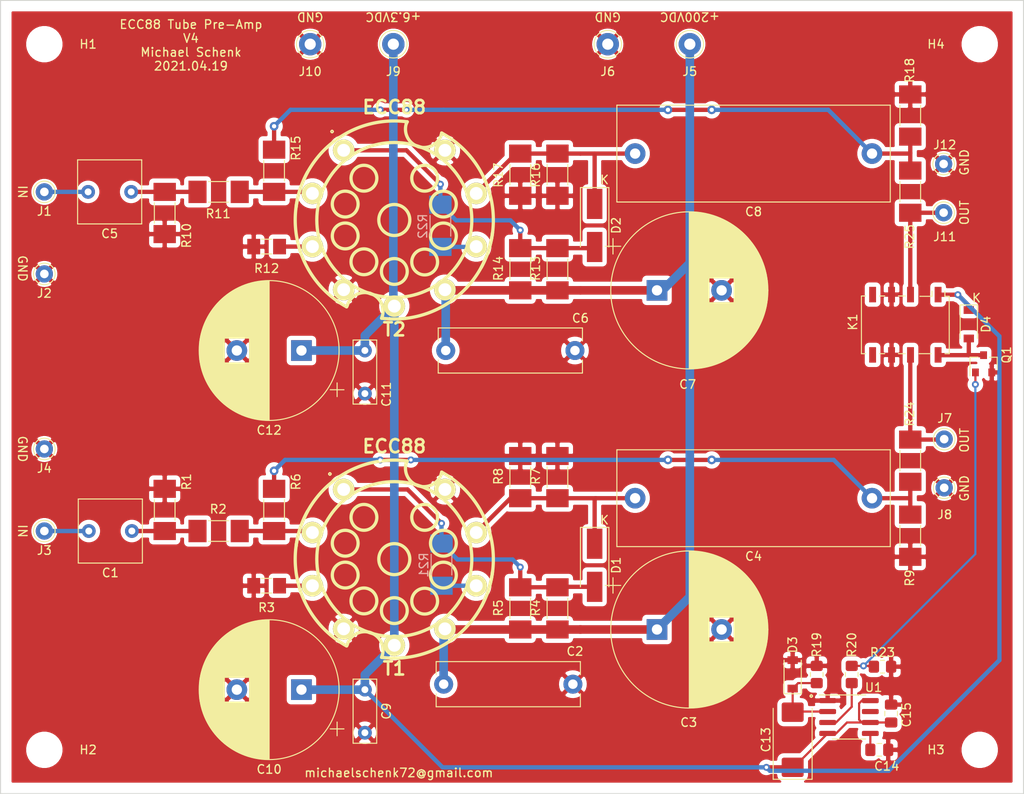
<source format=kicad_pcb>
(kicad_pcb (version 20171130) (host pcbnew 5.1.9-73d0e3b20d~88~ubuntu16.04.1)
  (layers (0 F.Cu signal) (31 B.Cu signal) (34 B.Paste user) (35 F.Paste user) (36 B.SilkS user) (37 F.SilkS user) (38 B.Mask user) (39 F.Mask user) (44 Edge.Cuts user))
  (net 0 "")
  (net 1 "Net-(C1-Pad2)")
  (net 2 "Net-(C1-Pad1)")
  (net 3 GND)
  (net 4 VDDA)
  (net 5 "Net-(C4-Pad2)")
  (net 6 "Net-(C4-Pad1)")
  (net 7 VDDF)
  (net 8 "Net-(R2-Pad1)")
  (net 9 "Net-(R3-Pad1)")
  (net 10 "Net-(C5-Pad2)")
  (net 11 "Net-(C5-Pad1)")
  (net 12 "Net-(C8-Pad2)")
  (net 13 "Net-(C8-Pad1)")
  (net 14 "Net-(R11-Pad1)")
  (net 15 "Net-(R12-Pad1)")
  (net 16 "Net-(D1-Pad2)")
  (net 17 "Net-(D2-Pad2)")
  (net 18 "Net-(R21-Pad2)")
  (net 19 "Net-(R22-Pad2)")
  (net 20 "Net-(C13-Pad2)")
  (net 21 "Net-(C14-Pad1)")
  (net 22 "Net-(D4-Pad2)")
  (net 23 "Net-(J11-Pad1)")
  (net 24 "Net-(Q1-Pad1)")
  (net 25 "Net-(R20-Pad2)")
  (net 26 "Net-(J7-Pad1)")
  (module Resistor_SMD:R_MELF_MMB-0207 (layer F.Cu) (at 144.3355 124.55 270)
    (fp_text reference R24 (at -5.424 0.0635 90) (layer F.SilkS))
    (fp_text value 470R)
    (pad 2 smd rect (at 2.45 0 270) (size 2.1 2.6) (layers F.Cu F.Paste F.Mask) (net 6 "Net-(C4-Pad1)"))
    (pad 1 smd rect (at -2.45 0 270) (size 2.1 2.6) (layers F.Cu F.Paste F.Mask) (net 26 "Net-(J7-Pad1)"))
  )
  (module Resistor_SMD:R_MELF_MMB-0207 (layer F.Cu) (at 144.3355 93.3185 90)
    (fp_text reference R25 (at -5.2335 -0.0635 90) (layer F.SilkS))
    (fp_text value 470R)
    (pad 2 smd rect (at 2.45 0 90) (size 2.1 2.6) (layers F.Cu F.Paste F.Mask) (net 13 "Net-(C8-Pad1)"))
    (pad 1 smd rect (at -2.45 0 90) (size 2.1 2.6) (layers F.Cu F.Paste F.Mask) (net 23 "Net-(J11-Pad1)"))
  )
  (module Relay_SMD:Relay_DPDT_Omron_G6K-2F-Y (layer F.Cu) (at 143.764 108.768 270)
    (fp_text reference K1 (at -0.31 6.096 90) (layer F.SilkS))
    (fp_text value G6K-2)
    (pad 1 smd rect (at -3.5 -3.8 270) (size 1.8 0.8) (layers F.Cu F.Paste F.Mask) (net 7 VDDF))
    (pad 2 smd rect (at -3.5 -0.6 270) (size 1.8 0.8) (layers F.Cu F.Paste F.Mask) (net 23 "Net-(J11-Pad1)"))
    (pad 3 smd rect (at -3.5 1.6 270) (size 1.8 0.8) (layers F.Cu F.Paste F.Mask) (net 3 GND))
    (pad 4 smd rect (at -3.5 3.8 270) (size 1.8 0.8) (layers F.Cu F.Paste F.Mask))
    (pad 5 smd rect (at 3.5 3.8 270) (size 1.8 0.8) (layers F.Cu F.Paste F.Mask))
    (pad 6 smd rect (at 3.5 1.6 270) (size 1.8 0.8) (layers F.Cu F.Paste F.Mask) (net 3 GND))
    (pad 7 smd rect (at 3.5 -0.6 270) (size 1.8 0.8) (layers F.Cu F.Paste F.Mask) (net 26 "Net-(J7-Pad1)"))
    (pad 8 smd rect (at 3.5 -3.8 270) (size 1.8 0.8) (layers F.Cu F.Paste F.Mask) (net 22 "Net-(D4-Pad2)"))
  )
  (module Package_SO:SOIC-8_3.9x4.9mm_P1.27mm (layer F.Cu) (at 137.222 154.305)
    (fp_text reference U1 (at 2.859 -3.429) (layer F.SilkS))
    (fp_text value TLC555xD)
    (pad 8 smd roundrect (at 2.475 -1.905) (size 1.95 0.6) (layers F.Cu F.Paste F.Mask) (net 7 VDDF))
    (pad 7 smd roundrect (at 2.475 -0.635) (size 1.95 0.6) (layers F.Cu F.Paste F.Mask))
    (pad 6 smd roundrect (at 2.475 0.635) (size 1.95 0.6) (layers F.Cu F.Paste F.Mask) (net 7 VDDF))
    (pad 5 smd roundrect (at 2.475 1.905) (size 1.95 0.6) (layers F.Cu F.Paste F.Mask) (net 21 "Net-(C14-Pad1)"))
    (pad 4 smd roundrect (at -2.475 1.905) (size 1.95 0.6) (layers F.Cu F.Paste F.Mask) (net 7 VDDF))
    (pad 3 smd roundrect (at -2.475 0.635) (size 1.95 0.6) (layers F.Cu F.Paste F.Mask) (net 25 "Net-(R20-Pad2)"))
    (pad 2 smd roundrect (at -2.475 -0.635) (size 1.95 0.6) (layers F.Cu F.Paste F.Mask) (net 20 "Net-(C13-Pad2)"))
    (pad 1 smd roundrect (at -2.475 -1.905) (size 1.95 0.6) (layers F.Cu F.Paste F.Mask) (net 3 GND))
  )
  (module Resistor_SMD:R_0805_2012Metric_Pad1.20x1.40mm_HandSolder (layer F.Cu) (at 141.113 148.463)
    (fp_text reference R23 (at 0 -1.65) (layer F.SilkS))
    (fp_text value 2.49k)
    (pad 2 smd roundrect (at 1 0) (size 1.2 1.4) (layers F.Cu F.Paste F.Mask) (roundrect_rratio 0.2083325) (net 3 GND))
    (pad 1 smd roundrect (at -1 0) (size 1.2 1.4) (layers F.Cu F.Paste F.Mask) (roundrect_rratio 0.2083325) (net 24 "Net-(Q1-Pad1)"))
  )
  (module Resistor_SMD:R_0805_2012Metric_Pad1.20x1.40mm_HandSolder (layer F.Cu) (at 137.541 149.368 270)
    (fp_text reference R20 (at -3.445 0 90) (layer F.SilkS))
    (fp_text value 2.49k)
    (pad 2 smd roundrect (at 1 0 270) (size 1.2 1.4) (layers F.Cu F.Paste F.Mask) (roundrect_rratio 0.2083325) (net 25 "Net-(R20-Pad2)"))
    (pad 1 smd roundrect (at -1 0 270) (size 1.2 1.4) (layers F.Cu F.Paste F.Mask) (roundrect_rratio 0.2083325) (net 24 "Net-(Q1-Pad1)"))
  )
  (module Resistor_SMD:R_0805_2012Metric_Pad1.20x1.40mm_HandSolder (layer F.Cu) (at 133.477 149.368 90)
    (fp_text reference R19 (at 3.445 0 90) (layer F.SilkS))
    (fp_text value 2Meg)
    (pad 2 smd roundrect (at 1 0 90) (size 1.2 1.4) (layers F.Cu F.Paste F.Mask) (roundrect_rratio 0.2083325) (net 3 GND))
    (pad 1 smd roundrect (at -1 0 90) (size 1.2 1.4) (layers F.Cu F.Paste F.Mask) (roundrect_rratio 0.2083325) (net 20 "Net-(C13-Pad2)"))
  )
  (module Package_TO_SOT_SMD:SOT-23 (layer F.Cu) (at 152.847 113.3 90)
    (fp_text reference Q1 (at 1.032 2.667 90) (layer F.SilkS))
    (fp_text value MMBT3904)
    (pad 3 smd rect (at 1 0 90) (size 0.9 0.8) (layers F.Cu F.Paste F.Mask) (net 22 "Net-(D4-Pad2)"))
    (pad 2 smd rect (at -1 0.95 90) (size 0.9 0.8) (layers F.Cu F.Paste F.Mask) (net 3 GND))
    (pad 1 smd rect (at -1 -0.95 90) (size 0.9 0.8) (layers F.Cu F.Paste F.Mask) (net 24 "Net-(Q1-Pad1)"))
  )
  (module Diode_SMD:D_SOD-123 (layer F.Cu) (at 151.13 108.712 270)
    (fp_text reference D4 (at 0 -2 90) (layer F.SilkS))
    (fp_text value 1N4148W)
    (pad 2 smd rect (at 1.65 0 270) (size 0.9 1.2) (layers F.Cu F.Paste F.Mask) (net 22 "Net-(D4-Pad2)"))
    (pad 1 smd rect (at -1.65 0 270) (size 0.9 1.2) (layers F.Cu F.Paste F.Mask) (net 7 VDDF))
  )
  (module Diode_SMD:D_SOD-123 (layer F.Cu) (at 130.683 149.352 90)
    (fp_text reference D3 (at 3.429 0 90) (layer F.SilkS))
    (fp_text value 1N4148W)
    (pad 2 smd rect (at 1.65 0 90) (size 0.9 1.2) (layers F.Cu F.Paste F.Mask) (net 3 GND))
    (pad 1 smd rect (at -1.65 0 90) (size 0.9 1.2) (layers F.Cu F.Paste F.Mask) (net 20 "Net-(C13-Pad2)"))
  )
  (module Capacitor_SMD:C_0805_2012Metric_Pad1.18x1.45mm_HandSolder (layer F.Cu) (at 142.113 153.9025 90)
    (fp_text reference C15 (at -0.1485 1.778 90) (layer F.SilkS))
    (fp_text value 100nF/50V)
    (pad 2 smd roundrect (at 1.0375 0 90) (size 1.175 1.45) (layers F.Cu F.Paste F.Mask) (roundrect_rratio 0.2127659574468085) (net 3 GND))
    (pad 1 smd roundrect (at -1.0375 0 90) (size 1.175 1.45) (layers F.Cu F.Paste F.Mask) (roundrect_rratio 0.2127659574468085) (net 7 VDDF))
  )
  (module Capacitor_SMD:C_0805_2012Metric_Pad1.18x1.45mm_HandSolder (layer F.Cu) (at 140.7375 158.115)
    (fp_text reference C14 (at 0.8675 1.905) (layer F.SilkS))
    (fp_text value 100nF/50V)
    (pad 2 smd roundrect (at 1.0375 0) (size 1.175 1.45) (layers F.Cu F.Paste F.Mask) (roundrect_rratio 0.2127659574468085) (net 3 GND))
    (pad 1 smd roundrect (at -1.0375 0) (size 1.175 1.45) (layers F.Cu F.Paste F.Mask) (roundrect_rratio 0.2127659574468085) (net 21 "Net-(C14-Pad1)"))
  )
  (module Capacitor_Tantalum_SMD:CP_EIA-7343-31_Kemet-D_Pad2.25x2.55mm_HandSolder (layer F.Cu) (at 130.683 156.947 90)
    (fp_text reference C13 (at 0 -3.1 90) (layer F.SilkS))
    (fp_text value 15uF/25V)
    (pad 2 smd roundrect (at 3.2 0 90) (size 2.25 2.55) (layers F.Cu F.Paste F.Mask) (roundrect_rratio 0.1111106666666667) (net 20 "Net-(C13-Pad2)"))
    (pad 1 smd roundrect (at -3.2 0 90) (size 2.25 2.55) (layers F.Cu F.Paste F.Mask) (roundrect_rratio 0.1111106666666667) (net 7 VDDF))
  )
  (module kicad-snk:TubeNoval-ECC88 (layer F.Cu) (at 84.43976 96.6089 180)
    (fp_text reference T2 (at 0 -12.7) (layer F.SilkS) (effects (font (size 1.524 1.524) (thickness 0.3048))))
    (fp_text value ECC88 (at 0 13.09878) (layer F.SilkS) (effects (font (size 1.524 1.524) (thickness 0.3048))))
    (pad 1 thru_hole circle (at 5.87756 8.0899 180) (size 2.49936 2.49936) (drill 1.4986) (layers *.Cu *.Mask F.SilkS) (net 17 "Net-(D2-Pad2)"))
    (pad 2 thru_hole circle (at 9.50976 3.0861 180) (size 2.49936 2.49936) (drill 1.4986) (layers *.Cu *.Mask F.SilkS) (net 14 "Net-(R11-Pad1)"))
    (pad 3 thru_hole circle (at 9.50976 -3.0861 180) (size 2.49936 2.49936) (drill 1.4986) (layers *.Cu *.Mask F.SilkS) (net 15 "Net-(R12-Pad1)"))
    (pad 4 thru_hole circle (at 5.87756 -8.0899 180) (size 2.49936 2.49936) (drill 1.4986) (layers *.Cu *.Mask F.SilkS) (net 3 GND))
    (pad 5 thru_hole circle (at 0 -9.99998 180) (size 2.49936 2.49936) (drill 1.4986) (layers *.Cu *.Mask F.SilkS) (net 7 VDDF))
    (pad 6 thru_hole circle (at -5.87756 -8.0899 180) (size 2.49936 2.49936) (drill 1.4986) (layers *.Cu *.Mask F.SilkS) (net 4 VDDA))
    (pad 7 thru_hole circle (at -9.50976 -3.0861 180) (size 2.49936 2.49936) (drill 1.4986) (layers *.Cu *.Mask F.SilkS) (net 19 "Net-(R22-Pad2)"))
    (pad 8 thru_hole circle (at -9.50976 3.0861 180) (size 2.49936 2.49936) (drill 1.4986) (layers *.Cu *.Mask F.SilkS) (net 12 "Net-(C8-Pad2)"))
    (pad 9 thru_hole circle (at -5.87756 8.0899 180) (size 2.49936 2.49936) (drill 1.4986) (layers *.Cu *.Mask F.SilkS) (net 3 GND))
  )
  (module kicad-snk:TubeNoval-ECC88 (layer F.Cu) (at 84.43976 135.9789 180)
    (fp_text reference T1 (at 0 -12.7) (layer F.SilkS) (effects (font (size 1.524 1.524) (thickness 0.3048))))
    (fp_text value ECC88 (at 0 13.09878) (layer F.SilkS) (effects (font (size 1.524 1.524) (thickness 0.3048))))
    (pad 1 thru_hole circle (at 5.87756 8.0899 180) (size 2.49936 2.49936) (drill 1.4986) (layers *.Cu *.Mask F.SilkS) (net 16 "Net-(D1-Pad2)"))
    (pad 2 thru_hole circle (at 9.50976 3.0861 180) (size 2.49936 2.49936) (drill 1.4986) (layers *.Cu *.Mask F.SilkS) (net 8 "Net-(R2-Pad1)"))
    (pad 3 thru_hole circle (at 9.50976 -3.0861 180) (size 2.49936 2.49936) (drill 1.4986) (layers *.Cu *.Mask F.SilkS) (net 9 "Net-(R3-Pad1)"))
    (pad 4 thru_hole circle (at 5.87756 -8.0899 180) (size 2.49936 2.49936) (drill 1.4986) (layers *.Cu *.Mask F.SilkS) (net 3 GND))
    (pad 5 thru_hole circle (at 0 -9.99998 180) (size 2.49936 2.49936) (drill 1.4986) (layers *.Cu *.Mask F.SilkS) (net 7 VDDF))
    (pad 6 thru_hole circle (at -5.87756 -8.0899 180) (size 2.49936 2.49936) (drill 1.4986) (layers *.Cu *.Mask F.SilkS) (net 4 VDDA))
    (pad 7 thru_hole circle (at -9.50976 -3.0861 180) (size 2.49936 2.49936) (drill 1.4986) (layers *.Cu *.Mask F.SilkS) (net 18 "Net-(R21-Pad2)"))
    (pad 8 thru_hole circle (at -9.50976 3.0861 180) (size 2.49936 2.49936) (drill 1.4986) (layers *.Cu *.Mask F.SilkS) (net 5 "Net-(C4-Pad2)"))
    (pad 9 thru_hole circle (at -5.87756 8.0899 180) (size 2.49936 2.49936) (drill 1.4986) (layers *.Cu *.Mask F.SilkS) (net 3 GND))
  )
  (module Diode_SMD:D_SMA_Handsoldering (layer F.Cu) (at 107.696 97.242 270)
    (fp_text reference D2 (at 0 -2.5 90) (layer F.SilkS))
    (fp_text value 1N4007)
    (pad 2 smd rect (at 2.5 0 270) (size 3.5 1.8) (layers F.Cu F.Paste F.Mask) (net 17 "Net-(D2-Pad2)"))
    (pad 1 smd rect (at -2.5 0 270) (size 3.5 1.8) (layers F.Cu F.Paste F.Mask) (net 12 "Net-(C8-Pad2)"))
  )
  (module Diode_SMD:D_SMA_Handsoldering (layer F.Cu) (at 107.696 136.692 270)
    (fp_text reference D1 (at 0 -2.5 90) (layer F.SilkS))
    (fp_text value 1N4007)
    (pad 2 smd rect (at 2.5 0 270) (size 3.5 1.8) (layers F.Cu F.Paste F.Mask) (net 16 "Net-(D1-Pad2)"))
    (pad 1 smd rect (at -2.5 0 270) (size 3.5 1.8) (layers F.Cu F.Paste F.Mask) (net 5 "Net-(C4-Pad2)"))
  )
  (module Resistor_SMD:R_MELF_MMB-0207 (layer B.Cu) (at 89.789 97.282 270)
    (fp_text reference R22 (at 0.05 2.05 270) (layer B.SilkS) (effects (justify mirror)))
    (fp_text value 100R)
    (pad 2 smd rect (at 2.45 0 270) (size 2.1 2.6) (layers B.Cu B.Paste B.Mask) (net 19 "Net-(R22-Pad2)"))
    (pad 1 smd rect (at -2.45 0 270) (size 2.1 2.6) (layers B.Cu B.Paste B.Mask) (net 17 "Net-(D2-Pad2)"))
  )
  (module Resistor_SMD:R_MELF_MMB-0207 (layer B.Cu) (at 89.916 136.615 270)
    (fp_text reference R21 (at 0.05 2.05 90) (layer B.SilkS) (effects (justify mirror)))
    (fp_text value 100R)
    (pad 2 smd rect (at 2.45 0 270) (size 2.1 2.6) (layers B.Cu B.Paste B.Mask) (net 18 "Net-(R21-Pad2)"))
    (pad 1 smd rect (at -2.45 0 270) (size 2.1 2.6) (layers B.Cu B.Paste B.Mask) (net 16 "Net-(D1-Pad2)"))
  )
  (module Capacitor_THT:C_Rect_L31.5mm_W11.0mm_P27.50mm_MKS4 (layer F.Cu) (at 139.895 88.9 180)
    (fp_text reference C8 (at 13.75 -6.75) (layer F.SilkS))
    (fp_text value 2.2uF)
    (pad 2 thru_hole circle (at 27.5 0 180) (size 2.4 2.4) (drill 1.2) (layers *.Cu *.Mask) (net 12 "Net-(C8-Pad2)"))
    (pad 1 thru_hole circle (at 0 0 180) (size 2.4 2.4) (drill 1.2) (layers *.Cu *.Mask) (net 13 "Net-(C8-Pad1)"))
  )
  (module Capacitor_THT:C_Rect_L31.5mm_W11.0mm_P27.50mm_MKS4 (layer F.Cu) (at 139.895 128.905 180)
    (fp_text reference C4 (at 13.75 -6.75) (layer F.SilkS))
    (fp_text value 2.2uF)
    (pad 2 thru_hole circle (at 27.5 0 180) (size 2.4 2.4) (drill 1.2) (layers *.Cu *.Mask) (net 5 "Net-(C4-Pad2)"))
    (pad 1 thru_hole circle (at 0 0 180) (size 2.4 2.4) (drill 1.2) (layers *.Cu *.Mask) (net 6 "Net-(C4-Pad1)"))
  )
  (module Capacitor_THT:CP_Radial_D16.0mm_P7.50mm (layer F.Cu) (at 73.66 111.76 180)
    (fp_text reference C12 (at 3.75 -9.25) (layer F.SilkS))
    (fp_text value 2200uF)
    (pad 2 thru_hole circle (at 7.5 0 180) (size 2.4 2.4) (drill 1.2) (layers *.Cu *.Mask) (net 3 GND))
    (pad 1 thru_hole rect (at 0 0 180) (size 2.4 2.4) (drill 1.2) (layers *.Cu *.Mask) (net 7 VDDF))
  )
  (module Capacitor_THT:C_Rect_L7.2mm_W2.5mm_P5.00mm_FKS2_FKP2_MKS2_MKP2 (layer F.Cu) (at 81.026 111.76 270)
    (fp_text reference C11 (at 5.08 -2.5 90) (layer F.SilkS))
    (fp_text value 100nF)
    (pad 2 thru_hole circle (at 5 0 270) (size 1.6 1.6) (drill 0.8) (layers *.Cu *.Mask) (net 3 GND))
    (pad 1 thru_hole circle (at 0 0 270) (size 1.6 1.6) (drill 0.8) (layers *.Cu *.Mask) (net 7 VDDF))
  )
  (module Capacitor_THT:CP_Radial_D16.0mm_P7.50mm (layer F.Cu) (at 73.66 151.13 180)
    (fp_text reference C10 (at 3.75 -9.25) (layer F.SilkS))
    (fp_text value 2200uF)
    (pad 2 thru_hole circle (at 7.5 0 180) (size 2.4 2.4) (drill 1.2) (layers *.Cu *.Mask) (net 3 GND))
    (pad 1 thru_hole rect (at 0 0 180) (size 2.4 2.4) (drill 1.2) (layers *.Cu *.Mask) (net 7 VDDF))
  )
  (module Capacitor_THT:C_Rect_L7.2mm_W2.5mm_P5.00mm_FKS2_FKP2_MKS2_MKP2 (layer F.Cu) (at 81.026 151.13 270)
    (fp_text reference C9 (at 2.5 -2.5 90) (layer F.SilkS))
    (fp_text value 100nF)
    (pad 2 thru_hole circle (at 5 0 270) (size 1.6 1.6) (drill 0.8) (layers *.Cu *.Mask) (net 3 GND))
    (pad 1 thru_hole circle (at 0 0 270) (size 1.6 1.6) (drill 0.8) (layers *.Cu *.Mask) (net 7 VDDF))
  )
  (module Resistor_SMD:R_MELF_MMB-0207 (layer F.Cu) (at 144.3355 84.4815 90)
    (fp_text reference R18 (at 5.2335 -0.0635 90) (layer F.SilkS))
    (fp_text value 1Meg)
    (pad 2 smd rect (at 2.45 0 90) (size 2.1 2.6) (layers F.Cu F.Paste F.Mask) (net 3 GND))
    (pad 1 smd rect (at -2.45 0 90) (size 2.1 2.6) (layers F.Cu F.Paste F.Mask) (net 13 "Net-(C8-Pad1)"))
  )
  (module Resistor_SMD:R_MELF_MMB-0207 (layer F.Cu) (at 99.06 91.35 270)
    (fp_text reference R17 (at 0.05 2.54 90) (layer F.SilkS))
    (fp_text value 39k)
    (pad 2 smd rect (at 2.45 0 270) (size 2.1 2.6) (layers F.Cu F.Paste F.Mask) (net 3 GND))
    (pad 1 smd rect (at -2.45 0 270) (size 2.1 2.6) (layers F.Cu F.Paste F.Mask) (net 12 "Net-(C8-Pad2)"))
  )
  (module Resistor_SMD:R_MELF_MMB-0207 (layer F.Cu) (at 103.378 91.35 270)
    (fp_text reference R16 (at 0.05 2.54 90) (layer F.SilkS))
    (fp_text value 56k)
    (pad 2 smd rect (at 2.45 0 270) (size 2.1 2.6) (layers F.Cu F.Paste F.Mask) (net 3 GND))
    (pad 1 smd rect (at -2.45 0 270) (size 2.1 2.6) (layers F.Cu F.Paste F.Mask) (net 12 "Net-(C8-Pad2)"))
  )
  (module Resistor_SMD:R_MELF_MMB-0207 (layer F.Cu) (at 70.485 90.895 270)
    (fp_text reference R15 (at -2.63 -2.54 90) (layer F.SilkS))
    (fp_text value 100k)
    (pad 2 smd rect (at 2.45 0 270) (size 2.1 2.6) (layers F.Cu F.Paste F.Mask) (net 14 "Net-(R11-Pad1)"))
    (pad 1 smd rect (at -2.45 0 270) (size 2.1 2.6) (layers F.Cu F.Paste F.Mask) (net 13 "Net-(C8-Pad1)"))
  )
  (module Resistor_SMD:R_MELF_MMB-0207 (layer F.Cu) (at 99.06 102.325 90)
    (fp_text reference R14 (at 0.09 -2.54 90) (layer F.SilkS))
    (fp_text value 39k)
    (pad 2 smd rect (at 2.45 0 90) (size 2.1 2.6) (layers F.Cu F.Paste F.Mask) (net 17 "Net-(D2-Pad2)"))
    (pad 1 smd rect (at -2.45 0 90) (size 2.1 2.6) (layers F.Cu F.Paste F.Mask) (net 4 VDDA))
  )
  (module Resistor_SMD:R_MELF_MMB-0207 (layer F.Cu) (at 103.378 102.325 90)
    (fp_text reference R13 (at 0.09 -2.54 90) (layer F.SilkS))
    (fp_text value 56k)
    (pad 2 smd rect (at 2.45 0 90) (size 2.1 2.6) (layers F.Cu F.Paste F.Mask) (net 17 "Net-(D2-Pad2)"))
    (pad 1 smd rect (at -2.45 0 90) (size 2.1 2.6) (layers F.Cu F.Paste F.Mask) (net 4 VDDA))
  )
  (module Resistor_SMD:R_MiniMELF_MMA-0204 (layer F.Cu) (at 69.62 99.695 180)
    (fp_text reference R12 (at 0 -2.54) (layer F.SilkS))
    (fp_text value 1.21k)
    (pad 2 smd rect (at 1.5 0 180) (size 1.5 1.8) (layers F.Cu F.Paste F.Mask) (net 3 GND))
    (pad 1 smd rect (at -1.5 0 180) (size 1.5 1.8) (layers F.Cu F.Paste F.Mask) (net 15 "Net-(R12-Pad1)"))
  )
  (module Resistor_SMD:R_MELF_MMB-0207 (layer F.Cu) (at 64.045 93.345 180)
    (fp_text reference R11 (at 0.05 -2.54) (layer F.SilkS))
    (fp_text value 47k)
    (pad 2 smd rect (at 2.45 0 180) (size 2.1 2.6) (layers F.Cu F.Paste F.Mask) (net 11 "Net-(C5-Pad1)"))
    (pad 1 smd rect (at -2.45 0 180) (size 2.1 2.6) (layers F.Cu F.Paste F.Mask) (net 14 "Net-(R11-Pad1)"))
  )
  (module Resistor_SMD:R_MELF_MMB-0207 (layer F.Cu) (at 57.785 95.795 270)
    (fp_text reference R10 (at 2.63 -2.54 90) (layer F.SilkS))
    (fp_text value 1Meg)
    (pad 2 smd rect (at 2.45 0 270) (size 2.1 2.6) (layers F.Cu F.Paste F.Mask) (net 3 GND))
    (pad 1 smd rect (at -2.45 0 270) (size 2.1 2.6) (layers F.Cu F.Paste F.Mask) (net 11 "Net-(C5-Pad1)"))
  )
  (module Connector_Pin:Pin_D1.0mm_L10.0mm (layer F.Cu) (at 148.209 90.1065)
    (fp_text reference J12 (at 0.127 -2.2225) (layer F.SilkS))
    (fp_text value Conn_01x01)
    (pad 1 thru_hole circle (at 0 0) (size 2 2) (drill 1) (layers *.Cu *.Mask) (net 3 GND))
  )
  (module Connector_Pin:Pin_D1.0mm_L10.0mm (layer F.Cu) (at 148.209 95.758)
    (fp_text reference J11 (at 0.127 2.794) (layer F.SilkS))
    (fp_text value Conn_01x01)
    (pad 1 thru_hole circle (at 0 0) (size 2 2) (drill 1) (layers *.Cu *.Mask) (net 23 "Net-(J11-Pad1)"))
  )
  (module Connector_Pin:Pin_D1.3mm_L11.0mm (layer F.Cu) (at 74.676 76.2)
    (fp_text reference J10 (at 0 3.175) (layer F.SilkS))
    (fp_text value Conn_01x01)
    (pad 1 thru_hole circle (at 0 0) (size 2.6 2.6) (drill 1.3) (layers *.Cu *.Mask) (net 3 GND))
  )
  (module Connector_Pin:Pin_D1.3mm_L11.0mm (layer F.Cu) (at 84.328 76.2)
    (fp_text reference J9 (at 0 3.175) (layer F.SilkS))
    (fp_text value Conn_01x01)
    (pad 1 thru_hole circle (at 0 0) (size 2.6 2.6) (drill 1.3) (layers *.Cu *.Mask) (net 7 VDDF))
  )
  (module Connector_Pin:Pin_D1.0mm_L10.0mm (layer F.Cu) (at 43.815 102.87)
    (fp_text reference J2 (at 0 2.25) (layer F.SilkS))
    (fp_text value Conn_01x01)
    (pad 1 thru_hole circle (at 0 0) (size 2 2) (drill 1) (layers *.Cu *.Mask) (net 3 GND))
  )
  (module Connector_Pin:Pin_D1.0mm_L10.0mm (layer F.Cu) (at 43.815 93.345)
    (fp_text reference J1 (at 0 2.25) (layer F.SilkS))
    (fp_text value Conn_01x01)
    (pad 1 thru_hole circle (at 0 0) (size 2 2) (drill 1) (layers *.Cu *.Mask) (net 10 "Net-(C5-Pad2)"))
  )
  (module Capacitor_THT:CP_Radial_D18.0mm_P7.50mm (layer F.Cu) (at 114.935 104.775)
    (fp_text reference C7 (at 3.556 10.922) (layer F.SilkS))
    (fp_text value 100uF)
    (pad 2 thru_hole circle (at 7.5 0) (size 2.4 2.4) (drill 1.2) (layers *.Cu *.Mask) (net 3 GND))
    (pad 1 thru_hole rect (at 0 0) (size 2.4 2.4) (drill 1.2) (layers *.Cu *.Mask) (net 4 VDDA))
  )
  (module Capacitor_THT:C_Rect_L16.5mm_W5.0mm_P15.00mm_MKT (layer F.Cu) (at 90.41 111.76)
    (fp_text reference C6 (at 15.635 -3.75) (layer F.SilkS))
    (fp_text value 100nF)
    (pad 2 thru_hole circle (at 15 0) (size 2.2 2.2) (drill 1.1) (layers *.Cu *.Mask) (net 3 GND))
    (pad 1 thru_hole circle (at 0 0) (size 2.2 2.2) (drill 1.1) (layers *.Cu *.Mask) (net 4 VDDA))
  )
  (module Capacitor_THT:C_Rect_L7.2mm_W7.2mm_P5.00mm_FKS2_FKP2_MKS2_MKP2 (layer F.Cu) (at 53.895 93.345 180)
    (fp_text reference C5 (at 2.5 -4.85) (layer F.SilkS))
    (fp_text value 3.3uF)
    (pad 2 thru_hole circle (at 5 0 180) (size 1.6 1.6) (drill 0.8) (layers *.Cu *.Mask) (net 10 "Net-(C5-Pad2)"))
    (pad 1 thru_hole circle (at 0 0 180) (size 1.6 1.6) (drill 0.8) (layers *.Cu *.Mask) (net 11 "Net-(C5-Pad1)"))
  )
  (module Resistor_SMD:R_MELF_MMB-0207 (layer F.Cu) (at 144.3355 133.26 90)
    (fp_text reference R9 (at -4.916 -0.0635 90) (layer F.SilkS))
    (fp_text value 1Meg)
    (pad 2 smd rect (at 2.45 0 90) (size 2.1 2.6) (layers F.Cu F.Paste F.Mask) (net 6 "Net-(C4-Pad1)"))
    (pad 1 smd rect (at -2.45 0 90) (size 2.1 2.6) (layers F.Cu F.Paste F.Mask) (net 3 GND))
  )
  (module Resistor_SMD:R_MELF_MMB-0207 (layer F.Cu) (at 99.06 126.455 90)
    (fp_text reference R8 (at 0.09 -2.54 90) (layer F.SilkS))
    (fp_text value 39k)
    (pad 2 smd rect (at 2.45 0 90) (size 2.1 2.6) (layers F.Cu F.Paste F.Mask) (net 3 GND))
    (pad 1 smd rect (at -2.45 0 90) (size 2.1 2.6) (layers F.Cu F.Paste F.Mask) (net 5 "Net-(C4-Pad2)"))
  )
  (module Resistor_SMD:R_MELF_MMB-0207 (layer F.Cu) (at 103.378 126.455 90)
    (fp_text reference R7 (at 0.09 -2.54 90) (layer F.SilkS))
    (fp_text value 56k)
    (pad 2 smd rect (at 2.45 0 90) (size 2.1 2.6) (layers F.Cu F.Paste F.Mask) (net 3 GND))
    (pad 1 smd rect (at -2.45 0 90) (size 2.1 2.6) (layers F.Cu F.Paste F.Mask) (net 5 "Net-(C4-Pad2)"))
  )
  (module Resistor_SMD:R_MELF_MMB-0207 (layer F.Cu) (at 70.485 130.265 270)
    (fp_text reference R6 (at -3.265 -2.54 90) (layer F.SilkS))
    (fp_text value 100k)
    (pad 2 smd rect (at 2.45 0 270) (size 2.1 2.6) (layers F.Cu F.Paste F.Mask) (net 8 "Net-(R2-Pad1)"))
    (pad 1 smd rect (at -2.45 0 270) (size 2.1 2.6) (layers F.Cu F.Paste F.Mask) (net 6 "Net-(C4-Pad1)"))
  )
  (module Resistor_SMD:R_MELF_MMB-0207 (layer F.Cu) (at 99.06 141.695 90)
    (fp_text reference R5 (at 0.05 -2.54 90) (layer F.SilkS))
    (fp_text value 39k)
    (pad 2 smd rect (at 2.45 0 90) (size 2.1 2.6) (layers F.Cu F.Paste F.Mask) (net 16 "Net-(D1-Pad2)"))
    (pad 1 smd rect (at -2.45 0 90) (size 2.1 2.6) (layers F.Cu F.Paste F.Mask) (net 4 VDDA))
  )
  (module Resistor_SMD:R_MELF_MMB-0207 (layer F.Cu) (at 103.378 141.695 90)
    (fp_text reference R4 (at 0.05 -2.54 90) (layer F.SilkS))
    (fp_text value 56k)
    (pad 2 smd rect (at 2.45 0 90) (size 2.1 2.6) (layers F.Cu F.Paste F.Mask) (net 16 "Net-(D1-Pad2)"))
    (pad 1 smd rect (at -2.45 0 90) (size 2.1 2.6) (layers F.Cu F.Paste F.Mask) (net 4 VDDA))
  )
  (module Resistor_SMD:R_MiniMELF_MMA-0204 (layer F.Cu) (at 69.62 139.065 180)
    (fp_text reference R3 (at 0 -2.54) (layer F.SilkS))
    (fp_text value 1.21k)
    (pad 2 smd rect (at 1.5 0 180) (size 1.5 1.8) (layers F.Cu F.Paste F.Mask) (net 3 GND))
    (pad 1 smd rect (at -1.5 0 180) (size 1.5 1.8) (layers F.Cu F.Paste F.Mask) (net 9 "Net-(R3-Pad1)"))
  )
  (module Resistor_SMD:R_MELF_MMB-0207 (layer F.Cu) (at 64.045 132.715 180)
    (fp_text reference R2 (at 0.05 2.54) (layer F.SilkS))
    (fp_text value 47k)
    (pad 2 smd rect (at 2.45 0 180) (size 2.1 2.6) (layers F.Cu F.Paste F.Mask) (net 2 "Net-(C1-Pad1)"))
    (pad 1 smd rect (at -2.45 0 180) (size 2.1 2.6) (layers F.Cu F.Paste F.Mask) (net 8 "Net-(R2-Pad1)"))
  )
  (module Resistor_SMD:R_MELF_MMB-0207 (layer F.Cu) (at 57.785 130.265 90)
    (fp_text reference R1 (at 3.265 2.54 90) (layer F.SilkS))
    (fp_text value 1Meg)
    (pad 2 smd rect (at 2.45 0 90) (size 2.1 2.6) (layers F.Cu F.Paste F.Mask) (net 3 GND))
    (pad 1 smd rect (at -2.45 0 90) (size 2.1 2.6) (layers F.Cu F.Paste F.Mask) (net 2 "Net-(C1-Pad1)"))
  )
  (module Connector_Pin:Pin_D1.0mm_L10.0mm (layer F.Cu) (at 148.2725 127.6985)
    (fp_text reference J8 (at 0.0635 3.1115) (layer F.SilkS))
    (fp_text value Conn_01x01)
    (pad 1 thru_hole circle (at 0 0) (size 2 2) (drill 1) (layers *.Cu *.Mask) (net 3 GND))
  )
  (module Connector_Pin:Pin_D1.0mm_L10.0mm (layer F.Cu) (at 148.2725 122.047)
    (fp_text reference J7 (at 0.0635 -2.413) (layer F.SilkS))
    (fp_text value Conn_01x01)
    (pad 1 thru_hole circle (at 0 0) (size 2 2) (drill 1) (layers *.Cu *.Mask) (net 26 "Net-(J7-Pad1)"))
  )
  (module Connector_Pin:Pin_D1.3mm_L11.0mm (layer F.Cu) (at 109.22 76.2)
    (fp_text reference J6 (at 0 3.175) (layer F.SilkS))
    (fp_text value Conn_01x01)
    (pad 1 thru_hole circle (at 0 0) (size 2.6 2.6) (drill 1.3) (layers *.Cu *.Mask) (net 3 GND))
  )
  (module Connector_Pin:Pin_D1.3mm_L11.0mm (layer F.Cu) (at 118.745 76.2)
    (fp_text reference J5 (at 0 3.175) (layer F.SilkS))
    (fp_text value Conn_01x01)
    (pad 1 thru_hole circle (at 0 0) (size 2.6 2.6) (drill 1.3) (layers *.Cu *.Mask) (net 4 VDDA))
  )
  (module Connector_Pin:Pin_D1.0mm_L10.0mm (layer F.Cu) (at 43.815 123.19)
    (fp_text reference J4 (at 0 2.25) (layer F.SilkS))
    (fp_text value Conn_01x01)
    (pad 1 thru_hole circle (at 0 0) (size 2 2) (drill 1) (layers *.Cu *.Mask) (net 3 GND))
  )
  (module Connector_Pin:Pin_D1.0mm_L10.0mm (layer F.Cu) (at 43.815 132.715)
    (fp_text reference J3 (at 0 2.25) (layer F.SilkS))
    (fp_text value Conn_01x01)
    (pad 1 thru_hole circle (at 0 0) (size 2 2) (drill 1) (layers *.Cu *.Mask) (net 1 "Net-(C1-Pad2)"))
  )
  (module MountingHole:MountingHole_3.2mm_M3 (layer F.Cu) (at 152.4 76.2)
    (fp_text reference H4 (at -5.08 0) (layer F.SilkS))
    (fp_text value MountingHole)
    (pad 1 np_thru_hole circle (at 0 0) (size 3.2 3.2) (drill 3.2) (layers *.Cu *.Mask))
  )
  (module MountingHole:MountingHole_3.2mm_M3 (layer F.Cu) (at 152.4 158.115)
    (fp_text reference H3 (at -5.08 0) (layer F.SilkS))
    (fp_text value MountingHole)
    (pad 1 np_thru_hole circle (at 0 0) (size 3.2 3.2) (drill 3.2) (layers *.Cu *.Mask))
  )
  (module MountingHole:MountingHole_3.2mm_M3 (layer F.Cu) (at 43.815 158.115)
    (fp_text reference H2 (at 5.08 0) (layer F.SilkS))
    (fp_text value MountingHole)
    (pad 1 np_thru_hole circle (at 0 0) (size 3.2 3.2) (drill 3.2) (layers *.Cu *.Mask))
  )
  (module MountingHole:MountingHole_3.2mm_M3 (layer F.Cu) (at 43.815 76.2)
    (fp_text reference H1 (at 5.08 0) (layer F.SilkS))
    (fp_text value MountingHole)
    (pad 1 np_thru_hole circle (at 0 0) (size 3.2 3.2) (drill 3.2) (layers *.Cu *.Mask))
  )
  (module Capacitor_THT:CP_Radial_D18.0mm_P7.50mm (layer F.Cu) (at 114.935 144.145)
    (fp_text reference C3 (at 3.683 10.795) (layer F.SilkS))
    (fp_text value 100uF)
    (pad 2 thru_hole circle (at 7.5 0) (size 2.4 2.4) (drill 1.2) (layers *.Cu *.Mask) (net 3 GND))
    (pad 1 thru_hole rect (at 0 0) (size 2.4 2.4) (drill 1.2) (layers *.Cu *.Mask) (net 4 VDDA))
  )
  (module Capacitor_THT:C_Rect_L16.5mm_W5.0mm_P15.00mm_MKT (layer F.Cu) (at 90.17 150.495)
    (fp_text reference C2 (at 15.24 -3.81) (layer F.SilkS))
    (fp_text value 100nF)
    (pad 2 thru_hole circle (at 15 0) (size 2.2 2.2) (drill 1.1) (layers *.Cu *.Mask) (net 3 GND))
    (pad 1 thru_hole circle (at 0 0) (size 2.2 2.2) (drill 1.1) (layers *.Cu *.Mask) (net 4 VDDA))
  )
  (module Capacitor_THT:C_Rect_L7.2mm_W7.2mm_P5.00mm_FKS2_FKP2_MKS2_MKP2 (layer F.Cu) (at 53.975 132.715 180)
    (fp_text reference C1 (at 2.5 -4.85) (layer F.SilkS))
    (fp_text value 3.3uF)
    (pad 2 thru_hole circle (at 5 0 180) (size 1.6 1.6) (drill 0.8) (layers *.Cu *.Mask) (net 1 "Net-(C1-Pad2)"))
    (pad 1 thru_hole circle (at 0 0 180) (size 1.6 1.6) (drill 0.8) (layers *.Cu *.Mask) (net 2 "Net-(C1-Pad1)"))
  )
  (gr_text ° (at 77.216 86.741) (layer F.SilkS) (effects (font (size 1 1))))
  (gr_text ° (at 76.962 126.492) (layer F.SilkS) (effects (font (size 1 1))))
  (gr_text ° (at 132.842 152.273) (layer F.SilkS) (effects (font (size 1 1))))
  (gr_text K (at 152.019 105.664) (layer F.SilkS) (effects (font (size 1 1))))
  (gr_text K (at 108.839 131.445) (layer F.SilkS) (effects (font (size 1 1))))
  (gr_text K (at 108.839 91.948) (layer F.SilkS) (effects (font (size 1 1))))
  (gr_text GND (at 74.676 73.025 180) (layer F.SilkS) (effects (font (size 1 1))))
  (gr_text GND (at 109.22 73.025 180) (layer F.SilkS) (effects (font (size 1 1))))
  (gr_text +6.3VDC (at 84.328 73.025 180) (layer F.SilkS) (effects (font (size 1 1))))
  (gr_text +200VDC (at 118.745 73.025 180) (layer F.SilkS) (effects (font (size 1 1))))
  (gr_text OUT (at 150.622 95.758 90) (layer F.SilkS) (effects (font (size 1 1))))
  (gr_text OUT (at 150.622 122.174 90) (layer F.SilkS) (effects (font (size 1 1))))
  (gr_text GND (at 150.622 127.762 90) (layer F.SilkS) (effects (font (size 1 1))))
  (gr_text GND (at 150.622 89.916 90) (layer F.SilkS) (effects (font (size 1 1))))
  (gr_text GND (at 41.275 102.235 270) (layer F.SilkS) (effects (font (size 1 1))))
  (gr_text GND (at 41.275 123.19 270) (layer F.SilkS) (effects (font (size 1 1))))
  (gr_text IN (at 41.275 132.715 270) (layer F.SilkS) (effects (font (size 1 1))))
  (gr_text IN (at 41.275 93.345 270) (layer F.SilkS) (effects (font (size 1 1))))
  (gr_text "ECC88 Tube Pre-Amp\nV4\nMichael Schenk\n2021.04.19" (at 60.833 76.327) (layer F.SilkS) (effects (font (size 1 1))))
  (gr_text michaelschenk72@gmail.com (at 84.963 160.782) (layer F.SilkS) (effects (font (size 1 1))))
  (gr_line (start 157.48 71.12) (end 157.48 163.195) (layer Edge.Cuts) (width 0.1))
  (gr_line (start 38.735 71.12) (end 157.48 71.12) (layer Edge.Cuts) (width 0.1))
  (gr_line (start 38.735 163.195) (end 38.735 71.12) (layer Edge.Cuts) (width 0.1))
  (gr_line (start 157.48 163.195) (end 38.735 163.195) (layer Edge.Cuts) (width 0.1))
  (segment (start 43.815 132.715) (end 48.975 132.715) (width 0.5) (layer B.Cu) (net 1))
  (segment (start 53.975 132.715) (end 57.785 132.715) (width 0.5) (layer F.Cu) (net 2))
  (segment (start 57.785 132.715) (end 61.595 132.715) (width 0.5) (layer F.Cu) (net 2))
  (segment (start 118.745 140.335) (end 114.935 144.145) (width 1) (layer B.Cu) (net 4))
  (segment (start 115.57 104.775) (end 118.745 101.6) (width 1) (layer B.Cu) (net 4))
  (segment (start 118.745 101.6) (end 118.745 140.335) (width 1) (layer B.Cu) (net 4))
  (segment (start 114.935 104.775) (end 115.57 104.775) (width 1) (layer B.Cu) (net 4))
  (segment (start 118.745 101.6) (end 118.745 76.2) (width 1) (layer B.Cu) (net 4))
  (segment (start 90.41 104.79148) (end 90.31732 104.6988) (width 1) (layer B.Cu) (net 4))
  (segment (start 90.41 111.76) (end 90.41 104.79148) (width 1) (layer B.Cu) (net 4))
  (segment (start 90.17 144.21612) (end 90.31732 144.0688) (width 1) (layer B.Cu) (net 4))
  (segment (start 90.17 150.495) (end 90.17 144.21612) (width 1) (layer B.Cu) (net 4))
  (segment (start 114.935 144.145) (end 106.045 144.145) (width 1) (layer F.Cu) (net 4))
  (segment (start 90.39352 144.145) (end 90.31732 144.0688) (width 1) (layer F.Cu) (net 4))
  (segment (start 99.06 144.145) (end 90.39352 144.145) (width 1) (layer F.Cu) (net 4))
  (segment (start 114.935 104.775) (end 106.045 104.775) (width 1) (layer F.Cu) (net 4))
  (segment (start 90.39352 104.775) (end 90.31732 104.6988) (width 1) (layer F.Cu) (net 4))
  (segment (start 99.06 104.775) (end 90.39352 104.775) (width 1) (layer F.Cu) (net 4))
  (segment (start 106.045 104.775) (end 103.378 104.775) (width 1) (layer F.Cu) (net 4))
  (segment (start 103.378 104.775) (end 99.06 104.775) (width 1) (layer F.Cu) (net 4))
  (segment (start 106.045 144.145) (end 103.378 144.145) (width 1) (layer F.Cu) (net 4))
  (segment (start 103.378 144.145) (end 99.06 144.145) (width 1) (layer F.Cu) (net 4))
  (segment (start 97.93732 128.905) (end 99.06 128.905) (width 0.5) (layer F.Cu) (net 5))
  (segment (start 93.94952 132.8928) (end 97.93732 128.905) (width 0.5) (layer F.Cu) (net 5))
  (segment (start 99.06 128.905) (end 103.378 128.905) (width 0.5) (layer F.Cu) (net 5))
  (segment (start 107.696 134.192) (end 107.696 129.032) (width 0.5) (layer F.Cu) (net 5))
  (segment (start 107.823 128.905) (end 112.395 128.905) (width 0.5) (layer F.Cu) (net 5))
  (segment (start 107.696 129.032) (end 107.823 128.905) (width 0.5) (layer F.Cu) (net 5))
  (segment (start 103.378 128.905) (end 107.823 128.905) (width 0.5) (layer F.Cu) (net 5))
  (via (at 121.285 124.46) (size 1) (drill 0.5) (layers F.Cu B.Cu) (net 6))
  (via (at 116.205 124.46) (size 1) (drill 0.5) (layers F.Cu B.Cu) (net 6))
  (segment (start 121.285 124.46) (end 116.205 124.46) (width 0.5) (layer F.Cu) (net 6))
  (segment (start 116.205 124.46) (end 90.17 124.46) (width 0.5) (layer B.Cu) (net 6))
  (via (at 70.485 125.73) (size 1) (drill 0.5) (layers F.Cu B.Cu) (net 6))
  (segment (start 71.755 124.46) (end 70.485 125.73) (width 0.5) (layer B.Cu) (net 6))
  (segment (start 70.485 125.73) (end 70.485 127.815) (width 0.5) (layer F.Cu) (net 6))
  (via (at 82.804 124.46) (size 0.8) (drill 0.4) (layers F.Cu B.Cu) (net 6))
  (segment (start 71.755 124.46) (end 82.804 124.46) (width 0.5) (layer B.Cu) (net 6))
  (via (at 86.36 124.46) (size 0.8) (drill 0.4) (layers F.Cu B.Cu) (net 6))
  (segment (start 82.804 124.46) (end 86.36 124.46) (width 0.5) (layer F.Cu) (net 6))
  (segment (start 86.36 124.46) (end 90.17 124.46) (width 0.5) (layer B.Cu) (net 6))
  (segment (start 135.45 124.46) (end 139.895 128.905) (width 0.5) (layer B.Cu) (net 6))
  (segment (start 121.285 124.46) (end 135.45 124.46) (width 0.5) (layer B.Cu) (net 6))
  (segment (start 139.895 128.905) (end 144.272 128.905) (width 0.5) (layer F.Cu) (net 6))
  (segment (start 144.3355 130.81) (end 144.3355 127) (width 0.5) (layer F.Cu) (net 6))
  (segment (start 84.455 106.62412) (end 84.43976 106.60888) (width 1) (layer B.Cu) (net 7))
  (segment (start 84.455 145.99412) (end 84.43976 145.97888) (width 1) (layer B.Cu) (net 7))
  (segment (start 84.328 106.49712) (end 84.43976 106.60888) (width 1) (layer B.Cu) (net 7))
  (segment (start 84.328 76.2) (end 84.328 106.49712) (width 1) (layer B.Cu) (net 7))
  (segment (start 84.43976 106.60888) (end 84.43976 145.97888) (width 1) (layer B.Cu) (net 7))
  (segment (start 81.026 110.02264) (end 84.43976 106.60888) (width 1) (layer B.Cu) (net 7))
  (segment (start 81.026 111.76) (end 81.026 110.02264) (width 1) (layer B.Cu) (net 7))
  (segment (start 81.026 111.76) (end 73.66 111.76) (width 1) (layer B.Cu) (net 7))
  (segment (start 84.43976 145.97888) (end 81.026 149.39264) (width 1) (layer B.Cu) (net 7))
  (segment (start 81.026 149.39264) (end 81.026 151.13) (width 1) (layer B.Cu) (net 7))
  (segment (start 73.66 151.13) (end 81.026 151.13) (width 1) (layer B.Cu) (net 7))
  (segment (start 142.113 154.94) (end 139.697 154.94) (width 0.25) (layer F.Cu) (net 7))
  (segment (start 138.722 154.94) (end 139.697 154.94) (width 0.25) (layer F.Cu) (net 7))
  (segment (start 138.39699 152.72501) (end 138.39699 154.61499) (width 0.25) (layer F.Cu) (net 7))
  (segment (start 138.39699 154.61499) (end 138.722 154.94) (width 0.25) (layer F.Cu) (net 7))
  (segment (start 138.722 152.4) (end 138.39699 152.72501) (width 0.25) (layer F.Cu) (net 7))
  (segment (start 139.697 152.4) (end 138.722 152.4) (width 0.25) (layer F.Cu) (net 7))
  (segment (start 136.992 154.94) (end 139.697 154.94) (width 0.25) (layer F.Cu) (net 7))
  (segment (start 135.722 156.21) (end 136.992 154.94) (width 0.25) (layer F.Cu) (net 7))
  (segment (start 134.747 156.21) (end 135.722 156.21) (width 0.25) (layer F.Cu) (net 7))
  (segment (start 130.81 160.147) (end 134.747 156.21) (width 0.25) (layer F.Cu) (net 7))
  (segment (start 130.683 160.147) (end 130.81 160.147) (width 0.25) (layer F.Cu) (net 7))
  (via (at 127.635 160.147) (size 0.8) (drill 0.4) (layers F.Cu B.Cu) (net 7))
  (segment (start 130.683 160.147) (end 127.635 160.147) (width 0.5) (layer F.Cu) (net 7))
  (segment (start 90.043 160.147) (end 127.635 160.147) (width 0.5) (layer B.Cu) (net 7))
  (segment (start 81.026 151.13) (end 90.043 160.147) (width 0.5) (layer B.Cu) (net 7))
  (segment (start 128.034999 160.546999) (end 141.840001 160.546999) (width 0.5) (layer B.Cu) (net 7))
  (segment (start 127.635 160.147) (end 128.034999 160.546999) (width 0.5) (layer B.Cu) (net 7))
  (segment (start 141.840001 160.546999) (end 154.686 147.701) (width 0.5) (layer B.Cu) (net 7))
  (segment (start 151.131 107.061) (end 151.13 107.062) (width 0.5) (layer F.Cu) (net 7))
  (via (at 149.86 105.283) (size 0.8) (drill 0.4) (layers F.Cu B.Cu) (net 7))
  (segment (start 154.686 110.109) (end 149.86 105.283) (width 0.5) (layer B.Cu) (net 7))
  (segment (start 154.686 147.701) (end 154.686 110.109) (width 0.5) (layer B.Cu) (net 7))
  (segment (start 147.579 105.283) (end 147.564 105.268) (width 0.5) (layer F.Cu) (net 7))
  (segment (start 149.86 105.283) (end 147.579 105.283) (width 0.5) (layer F.Cu) (net 7))
  (segment (start 151.13 106.553) (end 149.86 105.283) (width 0.5) (layer F.Cu) (net 7))
  (segment (start 151.13 107.062) (end 151.13 106.553) (width 0.5) (layer F.Cu) (net 7))
  (segment (start 66.495 132.715) (end 70.485 132.715) (width 0.5) (layer F.Cu) (net 8))
  (segment (start 74.7522 132.715) (end 74.93 132.8928) (width 0.5) (layer F.Cu) (net 8))
  (segment (start 70.485 132.715) (end 74.7522 132.715) (width 0.5) (layer F.Cu) (net 8))
  (segment (start 71.12 139.065) (end 74.93 139.065) (width 0.5) (layer F.Cu) (net 9))
  (segment (start 43.815 93.345) (end 48.895 93.345) (width 0.5) (layer B.Cu) (net 10))
  (segment (start 53.895 93.345) (end 57.785 93.345) (width 0.5) (layer F.Cu) (net 11))
  (segment (start 57.785 93.345) (end 61.595 93.345) (width 0.5) (layer F.Cu) (net 11))
  (segment (start 98.57232 88.9) (end 99.06 88.9) (width 0.5) (layer F.Cu) (net 12))
  (segment (start 93.94952 93.5228) (end 98.57232 88.9) (width 0.5) (layer F.Cu) (net 12))
  (segment (start 106.045 88.9) (end 103.378 88.9) (width 0.5) (layer F.Cu) (net 12))
  (segment (start 103.378 88.9) (end 99.06 88.9) (width 0.5) (layer F.Cu) (net 12))
  (segment (start 107.696 88.9) (end 112.395 88.9) (width 0.5) (layer F.Cu) (net 12))
  (segment (start 106.045 88.9) (end 107.696 88.9) (width 0.5) (layer F.Cu) (net 12))
  (segment (start 107.696 94.742) (end 107.696 88.9) (width 0.5) (layer F.Cu) (net 12))
  (segment (start 139.895 88.9) (end 134.815 83.82) (width 0.5) (layer B.Cu) (net 13))
  (via (at 121.285 83.82) (size 1) (drill 0.5) (layers F.Cu B.Cu) (net 13))
  (segment (start 134.815 83.82) (end 121.285 83.82) (width 0.5) (layer B.Cu) (net 13))
  (via (at 116.205 83.82) (size 1) (drill 0.5) (layers F.Cu B.Cu) (net 13))
  (segment (start 121.285 83.82) (end 116.205 83.82) (width 0.5) (layer F.Cu) (net 13))
  (segment (start 116.205 83.82) (end 90.17 83.82) (width 0.5) (layer B.Cu) (net 13))
  (via (at 70.485 85.725) (size 1) (drill 0.5) (layers F.Cu B.Cu) (net 13))
  (segment (start 72.39 83.82) (end 70.485 85.725) (width 0.5) (layer B.Cu) (net 13))
  (segment (start 70.485 85.725) (end 70.485 88.445) (width 0.5) (layer F.Cu) (net 13))
  (via (at 82.804 83.82) (size 0.8) (drill 0.4) (layers F.Cu B.Cu) (net 13))
  (segment (start 72.39 83.82) (end 82.804 83.82) (width 0.5) (layer B.Cu) (net 13))
  (via (at 85.852 83.82) (size 0.8) (drill 0.4) (layers F.Cu B.Cu) (net 13))
  (segment (start 82.804 83.82) (end 85.852 83.82) (width 0.5) (layer F.Cu) (net 13))
  (segment (start 85.852 83.82) (end 90.17 83.82) (width 0.5) (layer B.Cu) (net 13))
  (segment (start 139.954 88.959) (end 139.895 88.9) (width 0.5) (layer F.Cu) (net 13))
  (segment (start 139.954 88.959) (end 139.895 88.9) (width 0.5) (layer B.Cu) (net 13))
  (segment (start 144.272 88.9) (end 144.3355 88.8365) (width 0.5) (layer F.Cu) (net 13))
  (segment (start 144.3355 88.8365) (end 144.3355 90.8685) (width 0.5) (layer F.Cu) (net 13))
  (segment (start 139.895 88.9) (end 144.272 88.9) (width 0.5) (layer F.Cu) (net 13))
  (segment (start 144.3355 86.9315) (end 144.3355 88.8365) (width 0.5) (layer F.Cu) (net 13))
  (segment (start 66.495 93.345) (end 70.485 93.345) (width 0.5) (layer F.Cu) (net 14))
  (segment (start 74.7522 93.345) (end 74.93 93.5228) (width 0.5) (layer F.Cu) (net 14))
  (segment (start 70.485 93.345) (end 74.7522 93.345) (width 0.5) (layer F.Cu) (net 14))
  (segment (start 71.12 99.695) (end 74.93 99.695) (width 0.5) (layer F.Cu) (net 15))
  (segment (start 103.431 139.192) (end 103.378 139.245) (width 0.5) (layer F.Cu) (net 16))
  (segment (start 107.696 139.192) (end 103.431 139.192) (width 0.5) (layer F.Cu) (net 16))
  (segment (start 103.378 139.245) (end 99.06 139.245) (width 0.5) (layer F.Cu) (net 16))
  (segment (start 89.916 134.165) (end 91.768 136.017) (width 0.5) (layer B.Cu) (net 16))
  (via (at 99.06 136.906) (size 0.8) (drill 0.4) (layers F.Cu B.Cu) (net 16))
  (segment (start 98.171 136.017) (end 99.06 136.906) (width 0.5) (layer B.Cu) (net 16))
  (segment (start 91.768 136.017) (end 98.171 136.017) (width 0.5) (layer B.Cu) (net 16))
  (segment (start 99.06 136.906) (end 99.06 139.245) (width 0.5) (layer F.Cu) (net 16))
  (segment (start 85.979 127.889) (end 89.916 131.826) (width 0.5) (layer F.Cu) (net 16))
  (via (at 89.916 131.826) (size 0.8) (drill 0.4) (layers F.Cu B.Cu) (net 16))
  (segment (start 78.5622 127.889) (end 85.979 127.889) (width 0.5) (layer F.Cu) (net 16))
  (segment (start 89.916 131.826) (end 89.916 134.165) (width 0.5) (layer B.Cu) (net 16))
  (segment (start 99.06 99.875) (end 103.378 99.875) (width 0.5) (layer F.Cu) (net 17))
  (segment (start 107.563 99.875) (end 107.696 99.742) (width 0.5) (layer F.Cu) (net 17))
  (segment (start 103.378 99.875) (end 107.563 99.875) (width 0.5) (layer F.Cu) (net 17))
  (segment (start 89.789 94.832) (end 91.604 96.647) (width 0.5) (layer B.Cu) (net 17))
  (via (at 99.06 97.79) (size 0.8) (drill 0.4) (layers F.Cu B.Cu) (net 17))
  (segment (start 97.917 96.647) (end 99.06 97.79) (width 0.5) (layer B.Cu) (net 17))
  (segment (start 91.604 96.647) (end 97.917 96.647) (width 0.5) (layer B.Cu) (net 17))
  (segment (start 99.06 97.79) (end 99.06 99.875) (width 0.5) (layer F.Cu) (net 17))
  (via (at 89.789 92.456) (size 0.8) (drill 0.4) (layers F.Cu B.Cu) (net 17))
  (segment (start 85.852 88.519) (end 89.789 92.456) (width 0.5) (layer F.Cu) (net 17))
  (segment (start 78.5622 88.519) (end 85.852 88.519) (width 0.5) (layer F.Cu) (net 17))
  (segment (start 89.789 92.456) (end 89.789 94.832) (width 0.5) (layer B.Cu) (net 17))
  (segment (start 94.12952 139.245) (end 93.94952 139.065) (width 0.5) (layer F.Cu) (net 18))
  (segment (start 89.916 139.065) (end 93.94952 139.065) (width 0.5) (layer B.Cu) (net 18))
  (segment (start 94.12952 99.875) (end 93.94952 99.695) (width 0.5) (layer F.Cu) (net 19))
  (segment (start 93.91252 99.732) (end 93.94952 99.695) (width 0.5) (layer B.Cu) (net 19))
  (segment (start 89.789 99.732) (end 93.91252 99.732) (width 0.5) (layer B.Cu) (net 19))
  (segment (start 130.76 153.67) (end 130.683 153.747) (width 0.25) (layer F.Cu) (net 20))
  (segment (start 134.747 153.67) (end 130.76 153.67) (width 0.25) (layer F.Cu) (net 20))
  (segment (start 130.683 153.747) (end 130.683 151.002) (width 0.25) (layer F.Cu) (net 20))
  (segment (start 131.317 150.368) (end 130.683 151.002) (width 0.25) (layer F.Cu) (net 20))
  (segment (start 133.477 150.368) (end 131.317 150.368) (width 0.25) (layer F.Cu) (net 20))
  (segment (start 139.7 156.213) (end 139.697 156.21) (width 0.25) (layer F.Cu) (net 21))
  (segment (start 139.7 158.115) (end 139.7 156.213) (width 0.25) (layer F.Cu) (net 21))
  (segment (start 147.606 112.3) (end 147.574 112.268) (width 0.5) (layer F.Cu) (net 22))
  (segment (start 147.596 112.3) (end 147.564 112.268) (width 0.5) (layer F.Cu) (net 22))
  (segment (start 151.13 112.2685) (end 151.0985 112.3) (width 0.5) (layer F.Cu) (net 22))
  (segment (start 151.13 110.362) (end 151.13 112.2685) (width 0.5) (layer F.Cu) (net 22))
  (segment (start 151.0985 112.3) (end 147.596 112.3) (width 0.5) (layer F.Cu) (net 22))
  (segment (start 152.847 112.3) (end 151.0985 112.3) (width 0.5) (layer F.Cu) (net 22))
  (segment (start 148.1985 95.7685) (end 148.209 95.758) (width 0.5) (layer F.Cu) (net 23))
  (segment (start 144.3355 95.7685) (end 148.1985 95.7685) (width 0.5) (layer F.Cu) (net 23))
  (segment (start 144.3355 105.2395) (end 144.364 105.268) (width 0.5) (layer F.Cu) (net 23))
  (segment (start 144.3355 95.7685) (end 144.3355 105.2395) (width 0.5) (layer F.Cu) (net 23))
  (segment (start 139.478 148.368) (end 139.573 148.463) (width 0.25) (layer F.Cu) (net 24))
  (segment (start 140.018 148.368) (end 140.113 148.463) (width 0.25) (layer F.Cu) (net 24))
  (segment (start 137.541 148.368) (end 138.906 148.368) (width 0.25) (layer F.Cu) (net 24))
  (segment (start 138.906 148.368) (end 140.018 148.368) (width 0.25) (layer F.Cu) (net 24))
  (via (at 138.906 148.368) (size 0.8) (drill 0.4) (layers F.Cu B.Cu) (net 24))
  (segment (start 151.897 115.692) (end 151.892 115.697) (width 0.25) (layer F.Cu) (net 24))
  (via (at 151.892 115.697) (size 0.8) (drill 0.4) (layers F.Cu B.Cu) (net 24))
  (segment (start 151.897 114.3) (end 151.897 115.692) (width 0.25) (layer F.Cu) (net 24))
  (segment (start 151.892 135.382) (end 138.906 148.368) (width 0.25) (layer B.Cu) (net 24))
  (segment (start 151.892 115.697) (end 151.892 135.382) (width 0.25) (layer B.Cu) (net 24))
  (segment (start 137.541 153.121) (end 137.541 150.368) (width 0.25) (layer F.Cu) (net 25))
  (segment (start 135.722 154.94) (end 137.541 153.121) (width 0.25) (layer F.Cu) (net 25))
  (segment (start 134.747 154.94) (end 135.722 154.94) (width 0.25) (layer F.Cu) (net 25))
  (segment (start 148.2195 122.1) (end 148.2725 122.047) (width 0.5) (layer F.Cu) (net 26))
  (segment (start 144.3355 122.1) (end 148.2195 122.1) (width 0.5) (layer F.Cu) (net 26))
  (segment (start 144.3355 112.2965) (end 144.364 112.268) (width 0.5) (layer F.Cu) (net 26))
  (segment (start 144.3355 122.1) (end 144.3355 112.2965) (width 0.5) (layer F.Cu) (net 26))
  (zone (net 3) (net_name GND) (layer F.Cu) (connect_pads (clearance 0.508)) (min_thickness 0.254) (fill yes (arc_segments 32) (thermal_gap 0.508) (thermal_bridge_width 0.508))
    (polygon (pts (xy 156.21 161.925) (xy 40.005 161.925) (xy 40.005 72.39) (xy 156.21 72.39)))
  )
)
</source>
